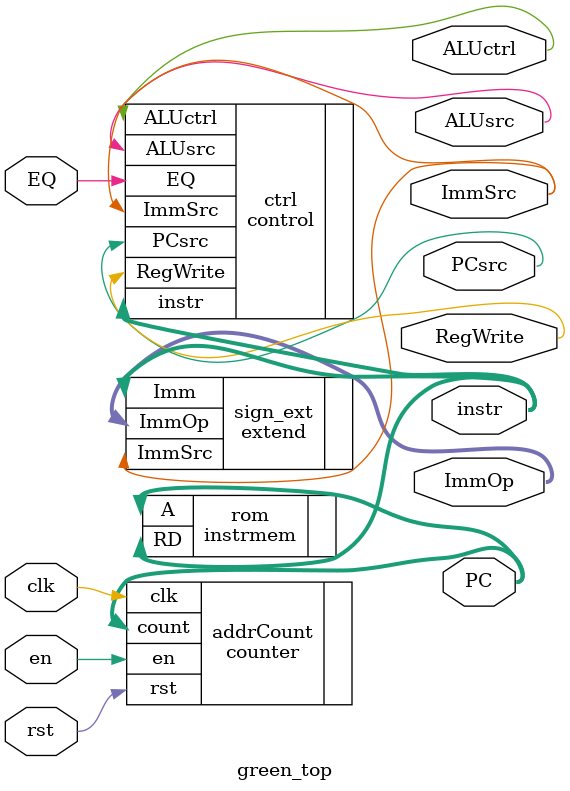
<source format=sv>
module green_top #(
    parameter ADDRESS_WIDTH = 32
)(
    input clk,
    input rst,
    input en,

    input logic EQ,

    output logic [ADDRESS_WIDTH-1:0] ImmOp,
    output logic RegWrite,
    output logic ALUctrl,
    output logic ALUsrc,
    output logic PCsrc,

    output logic [ADDRESS_WIDTH-1:0] instr,
    output logic ImmSrc,
    output logic [ADDRESS_WIDTH-1:0] PC
);
   
    // logic [ADDRESS_WIDTH-1:0] instr;
    // logic ImmSrc;
    // logic [ADDRESS_WIDTH-1:0] PC;

//green

counter addrCount (
    .clk (clk),
    .rst (rst),
    .en (en),
    .count (PC)
);


instrmem rom (
    .A(PC),
    .RD(instr)
);

control ctrl (
    .EQ(EQ),
    .instr(instr), //how to take the last 7 bits of instr from rom
    .RegWrite(RegWrite),
    .ALUctrl(ALUctrl),
    .ALUsrc(ALUsrc),
    .ImmSrc(ImmSrc),
    .PCsrc(PCsrc)
);

extend sign_ext (
    .Imm(instr),  //same here
    .ImmSrc(ImmSrc),
    .ImmOp(ImmOp)
);

endmodule

</source>
